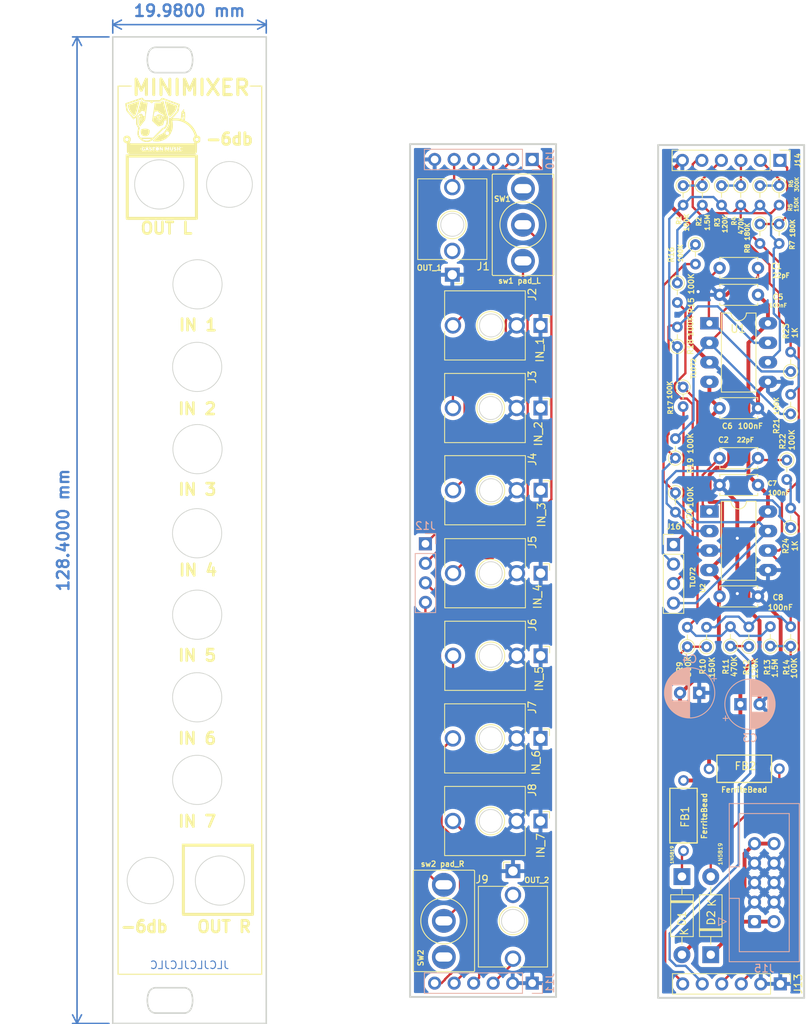
<source format=kicad_pcb>
(kicad_pcb (version 20211014) (generator pcbnew)
  (layers (0 "F.Cu" signal) (31 "B.Cu" signal) (34 "B.Paste" user) (35 "F.Paste" user) (36 "B.SilkS" user "B.Silkscreen") (37 "F.SilkS" user "F.Silkscreen") (38 "B.Mask" user) (39 "F.Mask" user) (44 "Edge.Cuts" user))
  (net 0 "")
  (net 1 "GND")
  (net 2 "Net-(J1-PadT)")
  (net 4 "Net-(J10-Pad2)")
  (net 5 "Net-(J10-Pad3)")
  (net 6 "Net-(J10-Pad4)")
  (net 8 "Net-(J12-Pad1)")
  (net 9 "Net-(J12-Pad2)")
  (net 10 "Net-(J12-Pad3)")
  (net 11 "Net-(J12-Pad4)")
  (net 14 "Net-(C1-Pad1)")
  (net 15 "Net-(C1-Pad2)")
  (net 16 "Net-(C2-Pad1)")
  (net 17 "Net-(C2-Pad2)")
  (net 18 "+12V")
  (net 19 "-12V")
  (net 20 "Net-(D1-Pad1)")
  (net 21 "Net-(D1-Pad2)")
  (net 22 "Net-(D2-Pad1)")
  (net 23 "Net-(D2-Pad2)")
  (net 24 "Net-(J10-Pad1)")
  (net 25 "Net-(J11-Pad4)")
  (net 26 "Net-(J11-Pad3)")
  (net 27 "Net-(J13-Pad3)")
  (net 28 "Net-(J13-Pad4)")
  (net 29 "Net-(J13-Pad5)")
  (net 30 "Net-(J13-Pad6)")
  (net 31 "Net-(J14-Pad1)")
  (net 32 "Net-(J14-Pad2)")
  (net 33 "Net-(J14-Pad3)")
  (net 34 "Net-(J14-Pad4)")
  (net 35 "Net-(J14-Pad5)")
  (net 36 "PAD_L1")
  (net 37 "PAD_L2")
  (net 38 "PAD_R1")
  (net 39 "PAD_R2")
  (net 40 "Net-(R1-Pad2)")
  (net 41 "Net-(R10-Pad2)")
  (net 42 "Net-(J11-Pad6)")
  (net 43 "Net-(J11-Pad5)")
  (footprint "4MS_switch:Switch_Toggle_SPDT_Mini_SolderLug" (layer "F.Cu") (at 84.5 135.3 180)
    (fp_text reference "SW2")
    (fp_text value "sw2 pad_R")
  )
  (footprint "Resistor_THT:R_Axial_DIN0204_L3.6mm_D1.6mm_P2.54mm_Vertical" (layer "F.Cu") (at 114.645 79.57 -90)
    (fp_text reference "R20")
    (fp_text value "100K")
  )
  (footprint "Connector_Audio:Jack_3.5mm_QingPu_WQP-PJ398SM_Vertical_CircularHoles" (layer "F.Cu") (at 93.5 128.82)
    (fp_text reference "J9")
    (fp_text value "OUT_2")
  )
  (footprint "Connector_Audio:Jack_3.5mm_QingPu_WQP-PJ398SM_Vertical_CircularHoles" (layer "F.Cu") (at 97.08 122.3 -90)
    (fp_text reference "J8")
    (fp_text value "IN_7")
  )
  (footprint "Resistor_THT:R_Axial_DIN0204_L3.6mm_D1.6mm_P2.54mm_Vertical" (layer "F.Cu") (at 129.645 84.11 90)
    (fp_text reference "R24")
    (fp_text value "1K")
  )
  (footprint "Connector_Audio:Jack_3.5mm_QingPu_WQP-PJ398SM_Vertical_CircularHoles" (layer "F.Cu") (at 97.1 100.8 -90)
    (fp_text reference "J6")
    (fp_text value "IN_5")
  )
  (footprint "Resistor_THT:R_Axial_DIN0204_L3.6mm_D1.6mm_P2.54mm_Vertical" (layer "F.Cu") (at 129.645 63.79 90)
    (fp_text reference "R23")
    (fp_text value "1K")
  )
  (footprint "4MS_Inductor:FB_Axial_8.5x3.5mm" (layer "F.Cu") (at 123.6 115.5)
    (fp_text reference "FB2")
    (fp_text value "FerriteBead")
  )
  (footprint "4MS_switch:Switch_Toggle_SPDT_Mini_SolderLug" (layer "F.Cu") (at 94.8 44.7)
    (fp_text reference "SW1")
    (fp_text value "sw1 pad_L")
  )
  (footprint "Resistor_THT:R_Axial_DIN0204_L3.6mm_D1.6mm_P2.54mm_Vertical" (layer "F.Cu") (at 129.145 75.32 -90)
    (fp_text reference "R22")
    (fp_text value "100K")
  )
  (footprint "Resistor_THT:R_Axial_DIN0204_L3.6mm_D1.6mm_P2.54mm_Vertical" (layer "F.Cu") (at 116.2 99.62 90)
    (fp_text reference "R9")
    (fp_text value "300K")
  )
  (footprint "Resistor_THT:R_Axial_DIN0204_L3.6mm_D1.6mm_P2.54mm_Vertical" (layer "F.Cu") (at 129.645 99.54 90)
    (fp_text reference "R14")
    (fp_text value "100K")
  )
  (footprint "Capacitor_THT:C_Disc_D4.7mm_W2.5mm_P5.00mm" (layer "F.Cu") (at 120.395 50.32)
    (fp_text reference "C1")
    (fp_text value "22pF")
  )
  (footprint "Logos:Gaston-Music1" (layer "F.Cu") (at 47.79 32.85)
    (fp_text reference "G***" hide)
    (fp_text value "LOGO" hide)
  )
  (footprint "Connector_PinHeader_2.54mm:PinHeader_1x06_P2.54mm_Vertical" (layer "F.Cu") (at 128.245 36.32 -90)
    (fp_text reference "J14")
    (fp_text value "H1")
  )
  (footprint "Diode_THT:D_DO-41_SOD81_P10.16mm_Horizontal" (layer "F.Cu") (at 119.245 139.7 90)
    (fp_text reference "D2")
    (fp_text value "1N5819")
  )
  (footprint "Resistor_THT:R_Axial_DIN0204_L3.6mm_D1.6mm_P2.54mm_Vertical" (layer "F.Cu") (at 125.645 44.6 -90)
    (fp_text reference "R8")
    (fp_text value "180K")
  )
  (footprint "Resistor_THT:R_Axial_DIN0204_L3.6mm_D1.6mm_P2.54mm_Vertical" (layer "F.Cu") (at 115.645 39.6 -90)
    (fp_text reference "R1")
    (fp_text value "100K")
  )
  (footprint "Connector_Audio:Jack_3.5mm_QingPu_WQP-PJ398SM_Vertical_CircularHoles" (layer "F.Cu") (at 97.1 79.25 -90)
    (fp_text reference "J4")
    (fp_text value "IN_3")
  )
  (footprint "Capacitor_THT:C_Disc_D4.7mm_W2.5mm_P5.00mm" (layer "F.Cu") (at 120.395 75.07)
    (fp_text reference "C2")
    (fp_text value "22pF")
  )
  (footprint "Resistor_THT:R_Axial_DIN0204_L3.6mm_D1.6mm_P2.54mm_Vertical" (layer "F.Cu") (at 114.895 52.28 -90)
    (fp_text reference "R15")
    (fp_text value "100K")
  )
  (footprint "Package_DIP:DIP-8_W7.62mm_LongPads" (layer "F.Cu") (at 119.07 57.52)
    (fp_text reference "U1")
    (fp_text value "TL072")
  )
  (footprint "Resistor_THT:R_Axial_DIN0204_L3.6mm_D1.6mm_P2.54mm_Vertical" (layer "F.Cu") (at 129.645 69.32 90)
    (fp_text reference "R21")
    (fp_text value "100K")
  )
  (footprint "Capacitor_THT:C_Disc_D4.7mm_W2.5mm_P5.00mm" (layer "F.Cu") (at 125.395 78.57 180)
    (fp_text reference "C7")
    (fp_text value "100nF")
  )
  (footprint "Resistor_THT:R_Axial_DIN0204_L3.6mm_D1.6mm_P2.54mm_Vertical" (layer "F.Cu") (at 124.2 99.57 90)
    (fp_text reference "R12")
    (fp_text value "120K")
  )
  (footprint "Diode_THT:D_DO-41_SOD81_P10.16mm_Horizontal" (layer "F.Cu") (at 115.495 129.54 -90)
    (fp_text reference "D1")
    (fp_text value "1N5819")
  )
  (footprint "Connector_Audio:Jack_3.5mm_QingPu_WQP-PJ398SM_Vertical_CircularHoles" (layer "F.Cu") (at 97.08 57.8 -90)
    (fp_text reference "J2")
    (fp_text value "IN_1")
  )
  (footprint "Capacitor_THT:C_Disc_D4.7mm_W2.5mm_P5.00mm" (layer "F.Cu") (at 125.395 68.57 180)
    (fp_text reference "C6")
    (fp_text value "100nF")
  )
  (footprint "Capacitor_THT:C_Disc_D4.7mm_W2.5mm_P5.00mm" (layer "F.Cu") (at 125.395 93.07 180)
    (fp_text reference "C8")
    (fp_text value "100nF")
  )
  (footprint "Resistor_THT:R_Axial_DIN0204_L3.6mm_D1.6mm_P2.54mm_Vertical" (layer "F.Cu") (at 120.645 39.6 -90)
    (fp_text reference "R3")
    (fp_text value "120K")
  )
  (footprint "Connector_Audio:Jack_3.5mm_QingPu_WQP-PJ398SM_Vertical_CircularHoles" (layer "F.Cu") (at 97.08 111.55 -90)
    (fp_text reference "J7")
    (fp_text value "IN_6")
  )
  (footprint "Resistor_THT:R_Axial_DIN0204_L3.6mm_D1.6mm_P2.54mm_Vertical" (layer "F.Cu") (at 123.145 39.6 -90)
    (fp_text reference "R4")
    (fp_text value "470K")
  )
  (footprint "Connector_Audio:Jack_3.5mm_QingPu_WQP-PJ398SM_Vertical_CircularHoles" (layer "F.Cu") (at 97.1 90.05 -90)
    (fp_text reference "J5")
    (fp_text value "IN_4")
  )
  (footprint "Resistor_THT:R_Axial_DIN0204_L3.6mm_D1.6mm_P2.54mm_Vertical" (layer "F.Cu") (at 128.145 44.6 -90)
    (fp_text reference "R7")
    (fp_text value "180K")
  )
  (footprint "Connector_Audio:Jack_3.5mm_QingPu_WQP-PJ398SM_Vertical_CircularHoles" (layer "F.Cu") (at 97.08 68.55 -90)
    (fp_text reference "J3")
    (fp_text value "IN_2")
  )
  (footprint "Package_DIP:DIP-8_W7.62mm_LongPads" (layer "F.Cu") (at 119.07 82.02)
    (fp_text reference "U2")
    (fp_text value "TL072")
  )
  (footprint "Resistor_THT:R_Axial_DIN0204_L3.6mm_D1.6mm_P2.54mm_Vertical" (layer "F.Cu") (at 125.645 39.6 -90)
    (fp_text reference "R5")
    (fp_text value "150K")
  )
  (footprint "Resistor_THT:R_Axial_DIN0204_L3.6mm_D1.6mm_P2.54mm_Vertical" (layer "F.Cu") (at 121.8 99.54 90)
    (fp_text reference "R11")
    (fp_text value "470K")
  )
  (footprint "Capacitor_THT:C_Disc_D4.7mm_W2.5mm_P5.00mm" (layer "F.Cu") (at 125.395 53.82 180)
    (fp_text reference "C5")
    (fp_text value "100nF")
  )
  (footprint "Resistor_THT:R_Axial_DIN0204_L3.6mm_D1.6mm_P2.54mm_Vertical" (layer "F.Cu") (at 118.145 39.6 -90)
    (fp_text reference "R2")
    (fp_text value "1.5M")
  )
  (footprint "Connector_Audio:Jack_3.5mm_QingPu_WQP-PJ398SM_Vertical_CircularHoles" (layer "F.Cu") (at 85.6 51.2 180)
    (fp_text reference "J1")
    (fp_text value "OUT_1")
  )
  (footprint "Resistor_THT:R_Axial_DIN0204_L3.6mm_D1.6mm_P2.54mm_Vertical" (layer "F.Cu") (at 115.645 65.82 -90)
    (fp_text reference "R17")
    (fp_text value "100K")
  )
  (footprint "Resistor_THT:R_Axial_DIN0204_L3.6mm_D1.6mm_P2.54mm_Vertical" (layer "F.Cu") (at 114.895 60.54 90)
    (fp_text reference "R18")
    (fp_text value "100K")
  )
  (footprint "Resistor_THT:R_Axial_DIN0204_L3.6mm_D1.6mm_P2.54mm_Vertical" (layer "F.Cu") (at 127 99.54 90)
    (fp_text reference "R13")
    (fp_text value "1.5M")
  )
  (footprint "Connector_PinHeader_2.54mm:PinHeader_1x06_P2.54mm_Vertical" (layer "F.Cu") (at 128.295 143.5 -90)
    (fp_text reference "J13")
    (fp_text value "H2")
  )
  (footprint "Resistor_THT:R_Axial_DIN0204_L3.6mm_D1.6mm_P2.54mm_Vertical" (layer "F.Cu") (at 117.25 47.28 -90)
    (fp_text reference "R16")
    (fp_text value "100K")
  )
  (footprint "Resistor_THT:R_Axial_DIN0204_L3.6mm_D1.6mm_P2.54mm_Vertical" (layer "F.Cu") (at 114.645 75.07 90)
    (fp_text reference "R19")
    (fp_text value "100K")
  )
  (footprint "Connector_PinHeader_2.54mm:PinHeader_1x04_P2.54mm_Vertical" (layer "F.Cu") (at 114.395 86.32)
    (fp_text reference "J16")
    (fp_text value "H3")
  )
  (footprint "Resistor_THT:R_Axial_DIN0204_L3.6mm_D1.6mm_P2.54mm_Vertical" (layer "F.Cu") (at 128.145 39.6 -90)
    (fp_text reference "R6")
    (fp_text value "300K")
  )
  (footprint "Resistor_THT:R_Axial_DIN0204_L3.6mm_D1.6mm_P2.54mm_Vertical" (layer "F.Cu") (at 118.7 99.62 90)
    (fp_text reference "R10")
    (fp_text value "150K")
  )
  (footprint "4MS_Inductor:FB_Axial_8.5x3.5mm" (layer "F.Cu") (at 115.7 121.6 -90)
    (fp_text reference "FB1")
    (fp_text value "FerriteBead")
  )
  (footprint "Connector_PinHeader_2.54mm:PinHeader_1x06_P2.54mm_Vertical" (layer "B.Cu") (at 96 36.2 90)
    (fp_text reference "J10")
    (fp_text value "H1")
  )
  (footprint "Capacitor_THT:CP_Radial_D6.3mm_P2.50mm" (layer "B.Cu") (at 117.745 105.62 180)
    (fp_text reference "C4")
    (fp_text value "22uF")
  )
  (footprint "Connector_IDC:IDC-Header_2x05_P2.54mm_Vertical" (layer "B.Cu") (at 124.9425 135.4)
    (fp_text reference "J15")
    (fp_text value "power")
  )
  (footprint "Connector_PinHeader_2.54mm:PinHeader_1x04_P2.54mm_Vertical" (layer "B.Cu") (at 82.1 86.22 180)
    (fp_text reference "J12")
    (fp_text value "H3")
  )
  (footprint "Connector_PinHeader_2.54mm:PinHeader_1x06_P2.54mm_Vertical" (layer "B.Cu") (at 96 143.4 90)
    (fp_text reference "J11")
    (fp_text value "H2")
  )
  (footprint "Capacitor_THT:CP_Radial_D6.3mm_P2.50mm" (layer "B.Cu") (at 123.1 107.1)
    (fp_text reference "C3")
    (fp_text value "22uF")
  )
  (gr_rect (start 50.59 125.45) (end 59.59 134.45) (layer "F.SilkS") (width 0.4) (fill none))
  (gr_line (start 43.79 26.65) (end 42.09 26.65) (layer "F.SilkS") (width 0.15))
  (gr_line (start 60.79 142.25) (end 60.79 26.65) (layer "F.SilkS") (width 0.15))
  (gr_line (start 60.49 26.65) (end 60.79 26.65) (layer "F.SilkS") (width 0.15))
  (gr_line (start 42.09 142.25) (end 60.79 142.25) (layer "F.SilkS") (width 0.15))
  (gr_line (start 42.09 26.65) (end 42.09 142.25) (layer "F.SilkS") (width 0.15))
  (gr_rect (start 43.29 35.75) (end 52.29 43.87) (layer "F.SilkS") (width 0.4) (fill none))
  (gr_line (start 59.29 26.65) (end 60.49 26.65) (layer "F.SilkS") (width 0.15))
  (gr_circle (center 90.639893 57.8) (end 92.139893 57.8) (layer "Edge.Cuts") (width 0.1) (fill none))
  (gr_circle (center 56.59 39.45) (end 58.49 41.75) (layer "Edge.Cuts") (width 0.1) (fill none))
  (gr_arc (start 46.068999 24.233) (mid 45.90038 23.25) (end 46.068999 22.267) (layer "Edge.Cuts") (width 0.2))
  (gr_circle (center 52.39 95.45) (end 54.39 97.95) (layer "Edge.Cuts") (width 0.1) (fill none))
  (gr_line (start 41.4 148.65) (end 41.4 20.25) (layer "Edge.Cuts") (width 0.2))
  (gr_arc (start 50.687993 144) (mid 51.265531 144.183584) (end 51.630993 144.667) (layer "Edge.Cuts") (width 0.2))
  (gr_line (start 131.395 34.32) (end 112.395 34.32) (layer "Edge.Cuts") (width 0.254))
  (gr_circle (center 52.39 63.2) (end 54.39 65.7) (layer "Edge.Cuts") (width 0.1) (fill none))
  (gr_circle (center 90.639893 79.25) (end 92.139893 79.25) (layer "Edge.Cuts") (width 0.1) (fill none))
  (gr_arc (start 47.011999 147.3) (mid 46.434461 147.116416) (end 46.068999 146.633) (layer "Edge.Cuts") (width 0.2))
  (gr_line (start 47.011996 147.3) (end 50.787996 147.3) (layer "Edge.Cuts") (width 0.2))
  (gr_line (start 61.38 20.25) (end 61.38 148.65) (layer "Edge.Cuts") (width 0.2))
  (gr_line (start 99.1 34.2) (end 80.1 34.2) (layer "Edge.Cuts") (width 0.254))
  (gr_line (start 112.395 34.32) (end 112.395 145.32) (layer "Edge.Cuts") (width 0.254))
  (gr_line (start 112.395 145.32) (end 131.395 145.32) (layer "Edge.Cuts") (width 0.254))
  (gr_line (start 50.687996 144) (end 47.011996 144) (layer "Edge.Cuts") (width 0.2))
  (gr_circle (center 55.349996 130.05) (end 57.349996 132.55) (layer "Edge.Cuts") (width 0.1) (fill none))
  (gr_arc (start 47.012003 24.9) (mid 46.434465 24.716416) (end 46.069003 24.233) (layer "Edge.Cuts") (width 0.2))
  (gr_arc (start 51.630993 146.633) (mid 51.305745 147.088147) (end 50.787996 147.3) (layer "Edge.Cuts") (width 0.2))
  (gr_line (start 41.4 20.25) (end 61.38 20.25) (layer "Edge.Cuts") (width 0.2))
  (gr_circle (center 52.39 106.2) (end 54.39 108.7) (layer "Edge.Cuts") (width 0.1) (fill none))
  (gr_circle (center 90.6 111.55) (end 89.1 111.55) (layer "Edge.Cuts") (width 0.1) (fill none))
  (gr_circle (center 90.6 68.55) (end 92.1 68.55) (layer "Edge.Cuts") (width 0.1) (fill none))
  (gr_line (start 47.012 24.9) (end 50.688 24.9) (layer "Edge.Cuts") (width 0.2))
  (gr_line (start 61.38 148.65) (end 41.4 148.65) (layer "Edge.Cuts") (width 0.2))
  (gr_line (start 131.395 145.32) (end 131.395 34.32) (layer "Edge.Cuts") (width 0.254))
  (gr_line (start 80.1 34.2) (end 80.1 145.2) (layer "Edge.Cuts") (width 0.254))
  (gr_circle (center 85.6 44.7) (end 87.1 44.7) (layer "Edge.Cuts") (width 0.1) (fill none))
  (gr_line (start 50.688 21.6) (end 47.012 21.6) (layer "Edge.Cuts") (width 0.2))
  (gr_circle (center 52.429893 73.9) (end 54.429893 76.4) (layer "Edge.Cuts") (width 0.1) (fill none))
  (gr_circle (center 46.29 130.05) (end 48.24 132.35) (layer "Edge.Cuts") (width 0.1) (fill none))
  (gr_circle (center 90.6 90.05) (end 92.1 90.05) (layer "Edge.Cuts") (width 0.1) (fill none))
  (gr_line (start 80.1 145.2) (end 99.1 145.2) (layer "Edge.Cuts") (width 0.254))
  (gr_arc (start 46.069003 22.267) (mid 46.434465 21.783584) (end 47.012003 21.6) (layer "Edge.Cuts") (width 0.2))
  (gr_arc (start 51.630997 24.233) (mid 51.265535 24.716416) (end 50.687997 24.9) (layer "Edge.Cuts") (width 0.2))
  (gr_line (start 99.1 145.2) (end 99.1 34.2) (layer "Edge.Cuts") (width 0.254))
  (gr_circle (center 93.5 135.3) (end 95 135.3) (layer "Edge.Cuts") (width 0.1) (fill none))
  (gr_circle (center 47.449996 39.45) (end 49.449996 41.95) (layer "Edge.Cuts") (width 0.1) (fill none))
  (gr_arc (start 50.687997 21.6) (mid 51.265535 21.783584) (end 51.630997 22.267) (layer "Edge.Cuts") (width 0.2))
  (gr_circle (center 90.6 100.8) (end 89.1 100.8) (layer "Edge.Cuts") (width 0.1) (fill none))
  (gr_arc (start 46.068995 146.633) (mid 45.900376 145.65) (end 46.068995 144.667) (layer "Edge.Cuts") (width 0.2))
  (gr_circle (center 52.38 84.85) (end 54.38 87.35) (layer "Edge.Cuts") (width 0.1) (fill none))
  (gr_arc (start 51.630997 144.667) (mid 51.799616 145.65) (end 51.630997 146.633) (layer "Edge.Cuts") (width 0.2))
  (gr_arc (start 51.631001 22.267) (mid 51.79962 23.25) (end 51.631001 24.233) (layer "Edge.Cuts") (width 0.2))
  (gr_circle (center 90.6 122.3) (end 89.1 122.3) (layer "Edge.Cuts") (width 0.1) (fill none))
  (gr_circle (center 52.429893 52.45) (end 54.429893 54.95) (layer "Edge.Cuts") (width 0.1) (fill none))
  (gr_arc (start 46.068999 144.667) (mid 46.434461 144.183584) (end 47.011999 144) (layer "Edge.Cuts") (width 0.2))
  (gr_circle (center 52.39 116.95) (end 54.39 119.45) (layer "Edge.Cuts") (width 0.1) (fill none))
  (gr_text "JLCJLCJLCJLC" (at 51.4 141.05) (layer "B.Cu") (effects (font (size 1 1) (thickness 0.125)) (justify mirror)))
  (gr_text "-6db" (at 45.5 136.05) (layer "F.SilkS") (effects (font (size 1.5 1.5) (thickness 0.375))))
  (gr_text "-6db" (at 56.6 33.55) (layer "F.SilkS") (effects (font (size 1.5 1.5) (thickness 0.375))))
  (gr_text "IN 6\n" (at 52.39 111.55) (layer "F.SilkS") (effects (font (size 1.5 1.5) (thickness 0.35))))
  (gr_text "OUT L" (at 48.4 45.15) (layer "F.SilkS") (effects (font (size 1.5 1.5) (thickness 0.35))))
  (gr_text "IN 3\n" (at 52.41 79.15) (layer "F.SilkS") (effects (font (size 1.5 1.5) (thickness 0.35))))
  (gr_text "MINIMIXER" (at 51.587996 26.85) (layer "F.SilkS") (effects (font (size 2 2) (thickness 0.4))))
  (gr_text "IN 1" (at 52.49 57.75) (layer "F.SilkS") (effects (font (size 1.5 1.5) (thickness 0.35))))
  (gr_text "IN 2" (at 52.39 68.65) (layer "F.SilkS") (effects (font (size 1.5 1.5) (thickness 0.35))))
  (gr_text "OUT R\n" (at 55.9 136.05) (layer "F.SilkS") (effects (font (size 1.5 1.5) (thickness 0.35))))
  (gr_text "IN 4\n" (at 52.5 89.65) (layer "F.SilkS") (effects (font (size 1.5 1.5) (thickness 0.35))))
  (gr_text "IN 5\n" (at 52.39 100.75) (layer "F.SilkS") (effects (font (size 1.5 1.5) (thickness 0.35))))
  (gr_text "IN 7\n" (at 52.39 122.35) (layer "F.SilkS") (effects (font (size 1.5 1.5) (thickness 0.35))))
  (dimension (type aligned) (layer "B.Cu") (pts (xy 41.4 20.25) (xy 41.4 148.65)) (height 4.65) (gr_text "128,4000 mm" (at 34.95 84.45 90) (layer "B.Cu") (effects (font (size 1.5 1.5) (thickness 0.3)))) (format (units 3) (units_format 1) (precision 4)) (style (thickness 0.2) (arrow_length 1.27) (text_position_mode 0) (extension_height 0.58642) (extension_offset 0.5) keep_text_aligned))
  (dimension (type aligned) (layer "B.Cu") (pts (xy 61.38 20.25) (xy 41.4 20.25)) (height 1.6) (gr_text "19,9800 mm" (at 51.39 16.85) (layer "B.Cu") (effects (font (size 1.5 1.5) (thickness 0.3)))) (format (units 3) (units_format 1) (precision 4)) (style (thickness 0.2) (arrow_length 1.27) (text_position_mode 0) (extension_height 0.58642) (extension_offset 0.5) keep_text_aligned))
  (segment (start 122.5 47.2) (end 122.5 52.6) (width 0.5) (layer "F.Cu") (net 1))
  (segment (start 116.544031 60.074031) (end 119.07 62.6) (width 0.5) (layer "F.Cu") (net 1))
  (segment (start 122.7 80.875) (end 122.7 85.5) (width 0.5) (layer "F.Cu") (net 1))
  (segment (start 122.7 85.5) (end 122.7 92.7) (width 0.5) (layer "F.Cu") (net 1))
  (segment (start 121.28 53.82) (end 120.395 53.82) (width 0.5) (layer "F.Cu") (net 1))
  (segment (start 125.6 105.4) (end 125.6 107.1) (width 0.5) (layer "F.Cu") (net 1))
  (segment (start 125.395 93.07) (end 128.344511 96.019511) (width 0.5) (layer "F.Cu") (net 1))
  (segment (start 120.395 78.57) (end 122.7 80.875) (width 0.5) (layer "F.Cu") (net 1))
  (segment (start 122.5 52.6) (end 121.28 53.82) (width 0.5) (layer "F.Cu") (net 1))
  (segment (start 117.1 45.3) (end 120.6 45.3) (width 0.5) (layer "F.Cu") (net 1))
  (segment (start 128.344511 102.544511) (end 128.4 102.6) (width 0.5) (layer "F.Cu") (net 1))
  (segment (start 125.395 68.57) (end 125.395 66.435) (width 0.5) (layer "F.Cu") (net 1))
  (segment (start 116.544031 54.455969) (end 116.544031 60.074031) (width 0.5) (layer "F.Cu") (net 1))
  (segment (start 114 37.865) (end 114 42.2) (width 0.5) (layer "F.Cu") (net 1))
  (segment (start 128.344511 96.019511) (end 128.344511 102.544511) (width 0.5) (layer "F.Cu") (net 1))
  (segment (start 125.395 66.435) (end 126.69 65.14) (width 0.5) (layer "F.Cu") (net 1))
  (segment (start 120.6 45.3) (end 122.5 47.2) (width 0.5) (layer "F.Cu") (net 1))
  (segment (start 115.545 36.32) (end 114 37.865) (width 0.5) (layer "F.Cu") (net 1))
  (segment (start 117.6 53.4) (end 116.544031 54.455969) (width 0.5) (layer "F.Cu") (net 1))
  (segment (start 114 42.2) (end 117.1 45.3) (width 0.5) (layer "F.Cu") (net 1))
  (segment (start 128.4 102.6) (end 125.6 105.4) (width 0.5) (layer "F.Cu") (net 1))
  (via (at 122.7 85.5) (size 0.8) (drill 0.4) (layers "F.Cu" "B.Cu") (net 1))
  (via (at 117.6 53.4) (size 0.8) (drill 0.4) (layers "F.Cu" "B.Cu") (net 1))
  (via (at 122.7 92.7) (size 0.8) (drill 0.4) (layers "F.Cu" "B.Cu") (net 1))
  (segment (start 119.07 87.1) (end 121.1 87.1) (width 0.5) (layer "B.Cu") (net 1))
  (segment (start 122.7 92.7) (end 123.5 93.5) (width 0.5) (layer "B.Cu") (net 1))
  (segment (start 124.965 93.5) (end 125.395 93.07) (width 0.5) (layer "B.Cu") (net 1))
  (segment (start 119.07 62.6) (end 119.425 62.6) (width 0.5) (layer "B.Cu") (net 1))
  (segment (start 119.425 62.6) (end 125.395 68.57) (width 0.5) (layer "B.Cu") (net 1))
  (segment (start 121.1 87.1) (end 122.7 85.5) (width 0.5) (layer "B.Cu") (net 1))
  (segment (start 118.02 53.82) (end 117.6 53.4) (width 0.5) (layer "B.Cu") (net 1))
  (segment (start 123.5 93.5) (end 124.965 93.5) (width 0.5) (layer "B.Cu") (net 1))
  (segment (start 120.395 53.82) (end 118.02 53.82) (width 0.5) (layer "B.Cu") (net 1))
  (segment (start 85.84 36.2) (end 85.84 39.56) (width 0.3) (layer "F.Cu") (net 2))
  (segment (start 85.84 39.66) (end 85.7 39.8) (width 0.3) (layer "F.Cu") (net 2))
  (segment (start 85.84 39.56) (end 85.6 39.8) (width 0.3) (layer "F.Cu") (net 2))
  (segment (start 87.99952 57.2) (end 87.99952 60.406908) (width 0.3) (layer "F.Cu") (net 4))
  (segment (start 87.2 77.75) (end 85.7 79.25) (width 0.3) (layer "F.Cu") (net 4))
  (segment (start 87.99952 60.406908) (end 87.2 61.206428) (width 0.3) (layer "F.Cu") (net 4))
  (segment (start 92.2 52.99952) (end 87.99952 57.2) (width 0.3) (layer "F.Cu") (net 4))
  (segment (start 87.2 61.206428) (end 87.2 77.75) (width 0.3) (layer "F.Cu") (net 4))
  (segment (start 92.2 37.46) (end 92.2 52.99952) (width 0.3) (layer "F.Cu") (net 4))
  (segment (start 93.46 36.2) (end 92.2 37.46) (width 0.3) (layer "F.Cu") (net 4))
  (segment (start 85.7 62) (end 85.7 62.6) (width 0.3) (layer "F.Cu") (net 5))
  (segment (start 87.5 60.2) (end 85.7 62) (width 0.3) (layer "F.Cu") (net 5))
  (segment (start 85.7 62.6) (end 85.68 62.62) (width 0.3) (layer "F.Cu") (net 5))
  (segment (start 85.68 62.62) (end 85.68 68.55) (width 0.3) (layer "F.Cu") (net 5))
  (segment (start 90.92 36.2) (end 90.92 53.38) (width 0.3) (layer "F.Cu") (net 5))
  (segment (start 90.92 53.38) (end 87.5 56.8) (width 0.3) (layer "F.Cu") (net 5))
  (segment (start 87.5 56.8) (end 87.5 60.2) (width 0.3) (layer "F.Cu") (net 5))
  (segment (start 88.38 36.2) (end 88.38 55.1) (width 0.3) (layer "F.Cu") (net 6))
  (segment (start 88.38 55.1) (end 85.68 57.8) (width 0.3) (layer "F.Cu") (net 6))
  (segment (start 92.594511 56.705489) (end 94.8 54.5) (width 0.3) (layer "F.Cu") (net 8))
  (segment (start 88 64) (end 92.565489 59.434511) (width 0.3) (layer "F.Cu") (net 8))
  (segment (start 88 80.32) (end 88 64) (width 0.3) (layer "F.Cu") (net 8))
  (segment (start 82.1 86.22) (end 88 80.32) (width 0.3) (layer "F.Cu") (net 8))
  (segment (start 92.565489 59.434511) (end 92.565489 57.214089) (width 0.3) (layer "F.Cu") (net 8))
  (segment (start 92.594511 57.185067) (end 92.594511 56.705489) (width 0.3) (layer "F.Cu") (net 8))
  (segment (start 92.565489 57.214089) (end 92.594511 57.185067) (width 0.3) (layer "F.Cu") (net 8))
  (segment (start 94.8 54.5) (end 94.8 49.4) (width 0.3) (layer "F.Cu") (net 8))
  (segment (start 97.149511 55.070067) (end 95.394511 56.825067) (width 0.3) (layer "F.Cu") (net 9))
  (segment (start 97.149511 47.049511) (end 94.8 44.7) (width 0.3) (layer "F.Cu") (net 9))
  (segment (start 92.7 85) (end 85.86 85) (width 0.3) (layer "F.Cu") (net 9))
  (segment (start 95.414511 67.984089) (end 95.414511 82.285489) (width 0.3) (layer "F.Cu") (net 9))
  (segment (start 95.394511 67.964089) (end 95.414511 67.984089) (width 0.3) (layer "F.Cu") (net 9))
  (segment (start 95.414511 82.285489) (end 92.7 85) (width 0.3) (layer "F.Cu") (net 9))
  (segment (start 95.394511 56.825067) (end 95.394511 67.964089) (width 0.3) (layer "F.Cu") (net 9))
  (segment (start 85.86 85) (end 82.1 88.76) (width 0.3) (layer "F.Cu") (net 9))
  (segment (start 97.149511 55.070067) (end 97.149511 47.049511) (width 0.3) (layer "F.Cu") (net 9))
  (segment (start 84 93.2) (end 84 104.1) (width 0.3) (layer "F.Cu") (net 10))
  (segment (start 84 104.1) (end 82.29952 105.80048) (width 0.3) (layer "F.Cu") (net 10))
  (segment (start 82.29952 123.09952) (end 86.6 127.4) (width 0.3) (layer "F.Cu") (net 10))
  (segment (start 82.1 91.3) (end 84 93.2) (width 0.3) (layer "F.Cu") (net 10))
  (segment (start 82.29952 105.80048) (end 82.29952 123.09952) (width 0.3) (layer "F.Cu") (net 10))
  (segment (start 86.6 133.2) (end 84.5 135.3) (width 0.3) (layer "F.Cu") (net 10))
  (segment (start 86.6 127.4) (end 86.6 133.2) (width 0.3) (layer "F.Cu") (net 10))
  (segment (start 81.3 97.6) (end 81.3 128) (width 0.3) (layer "F.Cu") (net 11))
  (segment (start 82.1 93.84) (end 82.1 96.8) (width 0.3) (layer "F.Cu") (net 11))
  (segment (start 82.1 96.8) (end 81.3 97.6) (width 0.3) (layer "F.Cu") (net 11))
  (segment (start 83.9 130.6) (end 84.5 130.6) (width 0.3) (layer "F.Cu") (net 11))
  (segment (start 81.3 128) (end 83.9 130.6) (width 0.3) (layer "F.Cu") (net 11))
  (segment (start 119 51.715) (end 120.395 50.32) (width 0.3) (layer "F.Cu") (net 14))
  (segment (start 119.07 57.52) (end 119 57.45) (width 0.3) (layer "F.Cu") (net 14))
  (segment (start 119 57.45) (end 119 51.715) (width 0.3) (layer "F.Cu") (net 14))
  (segment (start 119.584334 57.52) (end 119.07 57.52) (width 0.3) (layer "B.Cu") (net 14))
  (segment (start 125.854334 63.79) (end 119.584334 57.52) (width 0.3) (layer "B.Cu") (net 14))
  (segment (start 129.645 63.79) (end 125.854334 63.79) (width 0.3) (layer "B.Cu") (net 14))
  (segment (start 120.619511 58.510489) (end 119.07 60.06) (width 0.3) (layer "F.Cu") (net 15))
  (segment (start 120.619511 56.226859) (end 120.619511 58.510489) (width 0.3) (layer "F.Cu") (net 15))
  (segment (start 125.395 50.32) (end 125.395 51.45137) (width 0.3) (layer "F.Cu") (net 15))
  (segment (start 125.395 51.45137) (end 120.619511 56.226859) (width 0.3) (layer "F.Cu") (net 15))
  (segment (start 129.645 69.32) (end 128.33 69.32) (width 0.3) (layer "B.Cu") (net 15))
  (segment (start 114.645 72.53) (end 117 70.175) (width 0.3) (layer "B.Cu") (net 15))
  (segment (start 117 70.175) (end 117 62.13) (width 0.3) (layer "B.Cu") (net 15))
  (segment (start 117 62.13) (end 119.07 60.06) (width 0.3) (layer "B.Cu") (net 15))
  (segment (start 128.33 69.32) (end 119.07 60.06) (width 0.3) (layer "B.Cu") (net 15))
  (segment (start 118.2 81.15) (end 118.2 77.265) (width 0.3) (layer "F.Cu") (net 16))
  (segment (start 118.2 77.265) (end 120.395 75.07) (width 0.3) (layer "F.Cu") (net 16))
  (segment (start 119.07 82.02) (end 118.2 81.15) (width 0.3) (layer "F.Cu") (net 16))
  (segment (start 120.52 80.57) (end 119.07 82.02) (width 0.3) (layer "B.Cu") (net 16))
  (segment (start 128.23952 82.496146) (end 128.23952 81.543854) (width 0.3) (layer "B.Cu") (net 16))
  (segment (start 127.265666 80.57) (end 120.52 80.57) (width 0.3) (layer "B.Cu") (net 16))
  (segment (start 129.645 84.11) (end 128.135333 82.600333) (width 0.3) (layer "B.Cu") (net 16))
  (segment (start 128.23952 81.543854) (end 127.265666 80.57) (width 0.3) (layer "B.Cu") (net 16))
  (segment (start 128.135333 82.600333) (end 128.23952 82.496146) (width 0.3) (layer "B.Cu") (net 16))
  (segment (start 125.645 75.32) (end 125.395 75.07) (width 0.3) (layer "F.Cu") (net 17))
  (segment (start 129.145 75.32) (end 125.645 75.32) (width 0.3) (layer "F.Cu") (net 17))
  (segment (start 123.715 76.75) (end 114.75 76.75) (width 0.3) (layer "B.Cu") (net 17))
  (segment (start 117.095 84.56) (end 119.07 84.56) (width 0.3) (layer "B.Cu") (net 17))
  (segment (start 113.5 78) (end 113.5 80.965) (width 0.3) (layer "B.Cu") (net 17))
  (segment (start 125.395 75.07) (end 123.715 76.75) (width 0.3) (layer "B.Cu") (net 17))
  (segment (start 114.75 76.75) (end 113.5 78) (width 0.3) (layer "B.Cu") (net 17))
  (segment (start 114.645 82.11) (end 117.095 84.56) (width 0.3) (layer "B.Cu") (net 17))
  (segment (start 113.5 80.965) (end 114.645 82.11) (width 0.3) (layer "B.Cu") (net 17))
  (segment (start 125.395 78.57) (end 124.145489 77.320489) (width 0.5) (layer "F.Cu") (net 18))
  (segment (start 123.1 115.765) (end 123.1 107.1) (width 0.5) (layer "F.Cu") (net 18))
  (segment (start 124.145 84.565) (end 126.69 82.02) (width 0.5) (layer "F.Cu") (net 18))
  (segment (start 124.145 60.57) (end 124.145 60.065) (width 0.5) (layer "F.Cu") (net 18))
  (segment (start 124.145 60.065) (end 126.69 57.52) (width 0.5) (layer "F.Cu") (net 18))
  (segment (start 126.69 82.02) (end 126.69 79.865) (width 0.5) (layer "F.Cu") (net 18))
  (segment (start 121.837 117.028) (end 123.1 115.765) (width 0.5) (layer "F.Cu") (net 18))
  (segment (start 126.69 57.52) (end 126.69 55.115) (width 0.5) (layer "F.Cu") (net 18))
  (segment (start 115.7 117.028) (end 121.837 117.028) (width 0.5) (layer "F.Cu") (net 18))
  (segment (start 124.145489 60.570489) (end 124.145 60.57) (width 0.5) (layer "F.Cu") (net 18))
  (segment (start 123.1 103.2) (end 125.6 100.7) (width 0.5) (layer "F.Cu") (net 18))
  (segment (start 126.69 79.865) (end 125.395 78.57) (width 0.5) (layer "F.Cu") (net 18))
  (segment (start 125.6 100.7) (end 125.6 96.259345) (width 0.5) (layer "F.Cu") (net 18))
  (segment (start 126.69 55.115) (end 125.395 53.82) (width 0.5) (layer "F.Cu") (net 18))
  (segment (start 124.145 94.804345) (end 124.145 84.565) (width 0.5) (layer "F.Cu") (net 18))
  (segment (start 124.145489 77.320489) (end 124.145489 60.570489) (width 0.5) (layer "F.Cu") (net 18))
  (segment (start 125.6 96.259345) (end 124.145 94.804345) (width 0.5) (layer "F.Cu") (net 18))
  (segment (start 123.1 107.1) (end 123.1 103.2) (width 0.5) (layer "F.Cu") (net 18))
  (segment (start 121.644511 72.409511) (end 121.644511 75.587565) (width 0.5) (layer "F.Cu") (net 19))
  (segment (start 119.1 77.21285) (end 119.1 80.770489) (width 0.5) (layer "F.Cu") (net 19))
  (segment (start 115.245 105.62) (end 115.245 109.62) (width 0.5) (layer "F.Cu") (net 19))
  (segment (start 120.3 93.165) (end 120.395 93.07) (width 0.5) (layer "F.Cu") (net 19))
  (segment (start 119.1 69.865) (end 121.644511 72.409511) (width 0.5) (layer "F.Cu") (net 19))
  (segment (start 119.028 115.5) (end 119.028 113.403) (width 0.5) (layer "F.Cu") (net 19))
  (segment (start 120.3 100.710655) (end 120.3 93.165) (width 0.5) (layer "F.Cu") (net 19))
  (segment (start 115.390655 105.62) (end 120.3 100.710655) (width 0.5) (layer "F.Cu") (net 19))
  (segment (start 120.395 68.57) (end 119.1 69.865) (width 0.5) (layer "F.Cu") (net 19))
  (segment (start 119.1 80.770489) (end 120.719511 80.770489) (width 0.5) (layer "F.Cu") (net 19))
  (segment (start 119.028 113.403) (end 115.245 109.62) (width 0.5) (layer "F.Cu") (net 19))
  (segment (start 120.395 90.965) (end 119.07 89.64) (width 0.5) (layer "F.Cu") (net 19))
  (segment (start 119.993339 76.319511) (end 119.1 77.21285) (width 0.5) (layer "F.Cu") (net 19))
  (segment (start 120.912565 76.319511) (end 119.993339 76.319511) (width 0.5) (layer "F.Cu") (net 19))
  (segment (start 120.395 93.07) (end 120.395 90.965) (width 0.5) (layer "F.Cu") (net 19))
  (segment (start 121.644511 75.587565) (end 120.912565 76.319511) (width 0.5) (layer "F.Cu") (net 19))
  (segment (start 120.719511 87.990489) (end 119.07 89.64) (width 0.5) (layer "F.Cu") (net 19))
  (segment (start 119.07 65.14) (end 119.07 67.245) (width 0.5) (layer "F.Cu") (net 19))
  (segment (start 120.719511 80.770489) (end 120.719511 87.990489) (width 0.5) (layer "F.Cu") (net 19))
  (segment (start 119.07 67.245) (end 120.395 68.57) (width 0.5) (layer "F.Cu") (net 19))
  (segment (start 115.245 105.62) (end 115.390655 105.62) (width 0.5) (layer "F.Cu") (net 19))
  (segment (start 115.495 129.54) (end 115.495 126.377) (width 0.3) (layer "F.Cu") (net 20))
  (segment (start 115.495 126.377) (end 115.7 126.172) (width 0.3) (layer "F.Cu") (net 20))
  (segment (start 124.9425 125.24) (end 123.642989 126.539511) (width 0.5) (layer "F.Cu") (net 21))
  (segment (start 123.642989 126.539511) (end 123.642989 131.552011) (width 0.5) (layer "F.Cu") (net 21))
  (segment (start 124.9425 125.24) (end 127.4825 125.24) (width 0.5) (layer "F.Cu") (net 21))
  (segment (start 123.642989 131.552011) (end 115.495 139.7) (width 0.5) (layer "F.Cu") (net 21))
  (segment (start 123.545 135.4) (end 119.245 139.7) (width 0.5) (layer "F.Cu") (net 22))
  (segment (start 124.9425 135.4) (end 123.545 135.4) (width 0.5) (layer "F.Cu") (net 22))
  (segment (start 124.9425 135.4) (end 127.4825 135.4) (width 0.5) (layer "F.Cu") (net 22))
  (segment (start 119.245 126.055) (end 119.245 129.54) (width 0.3) (layer "F.Cu") (net 23))
  (segment (start 128.172 115.5) (end 128.172 117.128) (width 0.3) (layer "F.Cu") (net 23))
  (segment (start 128.172 117.128) (end 119.245 126.055) (width 0.3) (layer "F.Cu") (net 23))
  (segment (start 98.5 80.429022) (end 90.846233 88.082789) (width 0.3) (layer "F.Cu") (net 24))
  (segment (start 96 36.2) (end 98.5 38.7) (width 0.3) (layer "F.Cu") (net 24))
  (segment (start 87.667211 88.082789) (end 85.7 90.05) (width 0.3) (layer "F.Cu") (net 24))
  (segment (start 90.846233 88.082789) (end 87.667211 88.082789) (width 0.3) (layer "F.Cu") (net 24))
  (segment (start 98.5 38.7) (end 98.5 80.429022) (width 0.3) (layer "F.Cu") (net 24))
  (segment (start 89.1 125.72) (end 85.68 122.3) (width 0.3) (layer "F.Cu") (net 25))
  (segment (start 89.1 142.68) (end 89.1 125.72) (width 0.3) (layer "F.Cu") (net 25))
  (segment (start 88.38 143.4) (end 89.1 142.68) (width 0.3) (layer "F.Cu") (net 25))
  (segment (start 93.5 140.82) (end 93.5 140.22) (width 0.3) (layer "F.Cu") (net 26))
  (segment (start 90.92 143.4) (end 93.5 140.82) (width 0.3) (layer "F.Cu") (net 26))
  (segment (start 129.75 137) (end 130.144519 136.605481) (width 0.3) (layer "F.Cu") (net 27))
  (segment (start 130.694511 111.950009) (end 130.694511 82.619511) (width 0.3) (layer "F.Cu") (net 27))
  (segment (start 130.14452 112.5) (end 130.694511 111.950009) (width 0.3) (layer "F.Cu") (net 27))
  (segment (start 123.215 143.32) (end 129.535 137) (width 0.3) (layer "F.Cu") (net 27))
  (segment (start 130.144519 136.605481) (end 130.14452 112.5) (width 0.3) (layer "F.Cu") (net 27))
  (segment (start 129.535 137) (end 129.75 137) (width 0.3) (layer "F.Cu") (net 27))
  (segment (start 123.215 143.5) (end 123.215 143.32) (width 0.3) (layer "F.Cu") (net 27))
  (segment (start 130.694511 82.619511) (end 129.645 81.57) (width 0.3) (layer "F.Cu") (net 27))
  (segment (start 129.645 78.36) (end 129.145 77.86) (width 0.3) (layer "B.Cu") (net 27))
  (segment (start 129.645 81.57) (end 129.645 78.36) (width 0.3) (layer "B.Cu") (net 27))
  (segment (start 129.645 135.57) (end 129.645 99.54) (width 0.3) (layer "F.Cu") (net 28))
  (segment (start 120.675 143.5) (end 120.675 143.32) (width 0.3) (layer "F.Cu") (net 28))
  (segment (start 127.895 137.32) (end 129.645 135.57) (width 0.3) (layer "F.Cu") (net 28))
  (segment (start 120.675 143.32) (end 126.675 137.32) (width 0.3) (layer "F.Cu") (net 28))
  (segment (start 126.675 137.32) (end 127.895 137.32) (width 0.3) (layer "F.Cu") (net 28))
  (segment (start 127 99.54) (end 129.645 99.54) (width 0.3) (layer "B.Cu") (net 28))
  (segment (start 124.17 99.54) (end 124.2 99.57) (width 0.3) (layer "F.Cu") (net 29))
  (segment (start 121.8 99.54) (end 124.17 99.54) (width 0.3) (layer "F.Cu") (net 29))
  (segment (start 124.395 101.64) (end 122.295 99.54) (width 0.3) (layer "B.Cu") (net 29))
  (segment (start 113.895 140.32) (end 113.895 136.939919) (width 0.3) (layer "B.Cu") (net 29))
  (segment (start 122.895 127.939919) (end 122.895 117.595655) (width 0.3) (layer "B.Cu") (net 29))
  (segment (start 118.135 143.32) (end 115.964511 141.149511) (width 0.3) (layer "B.Cu") (net 29))
  (segment (start 122.895 117.595655) (end 124.395 116.095655) (width 0.3) (layer "B.Cu") (net 29))
  (segment (start 115.964511 141.149511) (end 114.724511 141.149511) (width 0.3) (layer "B.Cu") (net 29))
  (segment (start 114.724511 141.149511) (end 113.895 140.32) (width 0.3) (layer "B.Cu") (net 29))
  (segment (start 124.395 116.095655) (end 124.395 101.64) (width 0.3) (layer "B.Cu") (net 29))
  (segment (start 113.895 136.939919) (end 122.895 127.939919) (width 0.3) (layer "B.Cu") (net 29))
  (segment (start 113.315489 141.040489) (end 113.315489 102.504511) (width 0.3) (layer "F.Cu") (net 30))
  (segment (start 118.7 99.62) (end 116.2 99.62) (width 0.3) (layer "F.Cu") (net 30))
  (segment (start 115.595 143.32) (end 113.315489 141.040489) (width 0.3) (layer "F.Cu") (net 30))
  (segment (start 115.595 143.5) (end 115.595 143.32) (width 0.3) (layer "F.Cu") (net 30))
  (segment (start 113.315489 102.504511) (end 116.2 99.62) (width 0.3) (layer "F.Cu") (net 30))
  (segment (start 129.194511 43.550489) (end 128.145 44.6) (width 0.3) (layer "F.Cu") (net 31))
  (segment (start 128.145 44.6) (end 125.645 44.6) (width 0.3) (layer "F.Cu") (net 31))
  (segment (start 128.245 36.32) (end 129.194511 37.269511) (width 0.3) (layer "F.Cu") (net 31))
  (segment (start 129.194511 37.269511) (end 129.194511 43.550489) (width 0.3) (layer "F.Cu") (net 31))
  (segment (start 125.705 36.32) (end 128.145 38.76) (width 0.3) (layer "F.Cu") (net 32))
  (segment (start 128.145 38.76) (end 128.145 39.6) (width 0.3) (layer "F.Cu") (net 32))
  (segment (start 128.145 39.6) (end 125.645 39.6) (width 0.3) (layer "B.Cu") (net 32))
  (segment (start 123.165 39.58) (end 123.145 39.6) (width 0.3) (layer "F.Cu") (net 33))
  (segment (start 123.165 36.32) (end 123.165 39.58) (width 0.3) (layer "F.Cu") (net 33))
  (segment (start 123.145 39.6) (end 120.645 39.6) (width 0.3) (layer "B.Cu") (net 33))
  (segment (start 120.625 36.32) (end 118.145 38.8) (width 0.3) (layer "F.Cu") (net 34))
  (segment (start 118.145 38.8) (end 118.145 39.6) (width 0.3) (layer "F.Cu") (net 34))
  (segment (start 118.145 39.6) (end 115.645 39.6) (width 0.3) (layer "B.Cu") (net 34))
  (segment (start 126.895 49.895) (end 126.895 52.32) (width 0.3) (layer "F.Cu") (net 35))
  (segment (start 126.895 52.32) (end 128.145 53.57) (width 0.3) (layer "F.Cu") (net 35))
  (segment (start 116.895 36.82) (end 116.895 42.374234) (width 0.3) (layer "F.Cu") (net 35))
  (segment (start 117.395 36.32) (end 116.895 36.82) (width 0.3) (layer "F.Cu") (net 35))
  (segment (start 128.145 56.949334) (end 129.645 58.449334) (width 0.3) (layer "F.Cu") (net 35))
  (segment (start 120.689031 43.689031) (end 126.895 49.895) (width 0.3) (layer "F.Cu") (net 35))
  (segment (start 129.645 58.449334) (end 129.645 61.25) (width 0.3) (layer "F.Cu") (net 35))
  (segment (start 118.209797 43.689031) (end 120.689031 43.689031) (width 0.3) (layer "F.Cu") (net 35))
  (segment (start 128.145 53.57) (end 128.145 56.949334) (width 0.3) (layer "F.Cu") (net 35))
  (segment (start 118.085 36.32) (end 117.395 36.32) (width 0.3) (layer "F.Cu") (net 35))
  (segment (start 116.895 42.374234) (end 118.209797 43.689031) (width 0.3) (layer "F.Cu") (net 35))
  (segment (start 130.694511 62.299511) (end 129.645 61.25) (width 0.3) (layer "B.Cu") (net 35))
  (segment (start 129.645 66.78) (end 130.694511 65.730489) (width 0.3) (layer "B.Cu") (net 35))
  (segment (start 130.694511 65.730489) (end 130.694511 62.299511) (width 0.3) (layer "B.Cu") (net 35))
  (segment (start 115.694511 68.409511) (end 115.694511 85.020489) (width 0.3) (layer "F.Cu") (net 36))
  (segment (start 115.645 68.36) (end 115.694511 68.409511) (width 0.3) (layer "F.Cu") (net 36))
  (segment (start 115.694511 85.020489) (end 114.395 86.32) (width 0.3) (layer "F.Cu") (net 36))
  (segment (start 113.595489 72.095277) (end 113.75 71.940766) (width 0.3) (layer "F.Cu") (net 37))
  (segment (start 113.75 71.940766) (end 113.75 57.965) (width 0.3) (layer "F.Cu") (net 37))
  (segment (start 113.895 57.82) (end 114.715 57.82) (width 0.3) (layer "F.Cu") (net 37))
  (segment (start 113.75 57.965) (end 113.895 57.82) (width 0.3) (layer "F.Cu") (net 37))
  (segment (start 114.715 57.82) (end 114.895 58) (width 0.3) (layer "F.Cu") (net 37))
  (segment (start 113.595489 74.020489) (end 113.595489 72.095277) (width 0.3) (layer "F.Cu") (net 37))
  (segment (start 114.645 75.07) (end 113.595489 74.020489) (width 0.3) (layer "F.Cu") (net 37))
  (segment (start 117.575 55.32) (end 120.145 55.32) (width 0.3) (layer "B.Cu") (net 37))
  (segment (start 120.145 55.32) (end 124.885 60.06) (width 0.3) (layer "B.Cu") (net 37))
  (segment (start 114.895 58) (end 117.575 55.32) (width 0.3) (layer "B.Cu") (net 37))
  (segment (start 113 76.715) (end 114.645 75.07) (width 0.3) (layer "B.Cu") (net 37))
  (segment (start 113 87.465) (end 113 76.715) (width 0.3) (layer "B.Cu") (net 37))
  (segment (start 124.885 60.06) (end 126.69 60.06) (width 0.3) (layer "B.Cu") (net 37))
  (segment (start 114.395 88.86) (end 113 87.465) (width 0.3) (layer "B.Cu") (net 37))
  (segment (start 116.135489 67.310489) (end 116.895 68.07) (width 0.3) (layer "F.Cu") (net 38))
  (segment (start 114.895 54.82) (end 115.944511 55.869511) (width 0.3) (layer "F.Cu") (net 38))
  (segment (start 114.595489 65.369511) (end 114.595489 66.510978) (width 0.3) (layer "F.Cu") (net 38))
  (segment (start 115.395 67.310489) (end 116.135489 67.310489) (width 0.3) (layer "F.Cu") (net 38))
  (segment (start 115.944511 64.020489) (end 114.595489 65.369511) (width 0.3) (layer "F.Cu") (net 38))
  (segment (start 114.595489 66.510978) (end 115.395 67.310489) (width 0.3) (layer "F.Cu") (net 38))
  (segment (start 115.944511 55.869511) (end 115.944511 64.020489) (width 0.3) (layer "F.Cu") (net 38))
  (segment (start 116.895 88.9) (end 114.395 91.4) (width 0.3) (layer "F.Cu") (net 38))
  (segment (start 116.895 68.07) (end 116.895 88.9) (width 0.3) (layer "F.Cu") (net 38))
  (segment (start 117.25 49.82) (end 115.870766 49.82) (width 0.3) (layer "F.Cu") (net 39))
  (segment (start 113.095969 78.020969) (end 114.645 79.57) (width 0.3) (layer "F.Cu") (net 39))
  (segment (start 115.870766 49.82) (end 113.095969 52.594797) (width 0.3) (layer "F.Cu") (net 39))
  (segment (start 113.095969 52.594797) (end 113.095969 78.020969) (width 0.3) (layer "F.Cu") (net 39))
  (segment (start 114.395 93.94) (end 117.31 93.94) (width 0.3) (layer "B.Cu") (net 39))
  (segment (start 114.645 80.559949) (end 117.495531 83.41048) (width 0.3) (layer "B.Cu") (net 39))
  (segment (start 125.54048 83.41048) (end 126.69 84.56) (width 0.3) (layer "B.Cu") (net 39))
  (segment (start 117.31 93.94) (end 126.69 84.56) (width 0.3) (layer "B.Cu") (net 39))
  (segment (start 114.645 79.57) (end 114.645 80.559949) (width 0.3) (layer "B.Cu") (net 39))
  (segment (start 117.495531 83.41048) (end 125.54048 83.41048) (width 0.3) (layer "B.Cu") (net 39))
  (segment (start 117.5 78.6) (end 117.5 67.675) (width 0.3) (layer "F.Cu") (net 40))
  (segment (start 117.5 67.675) (end 115.645 65.82) (width 0.3) (layer "F.Cu") (net 40))
  (segment (start 117.520489 78.620489) (end 117.5 78.6) (width 0.3) (layer "F.Cu") (net 40))
  (segment (start 116.2 97.08) (end 117.520489 95.759511) (width 0.3) (layer "F.Cu") (net 40))
  (segment (start 117.520489 95.759511) (end 117.520489 78.620489) (width 0.3) (layer "F.Cu") (net 40))
  (segment (start 123 98.2) (end 125.8 98.2) (width 0.3) (layer "B.Cu") (net 40))
  (segment (start 115.645 42.14) (end 116.694511 41.090489) (width 0.3) (layer "B.Cu") (net 40))
  (segment (start 117.32 98.2) (end 120.6 98.2) (width 0.3) (layer "B.Cu") (net 40))
  (segment (start 128.23952 61.05048) (end 126.69 62.6) (width 0.3) (layer "B.Cu") (net 40))
  (segment (start 121.694511 43.189511) (end 124.595489 43.189511) (width 0.3) (layer "B.Cu") (net 40))
  (segment (start 128.23952 57.043854) (end 128.23952 61.05048) (width 0.3) (layer "B.Cu") (net 40))
  (segment (start 116.694511 41.090489) (end 119.595489 41.090489) (width 0.3) (layer "B.Cu") (net 40))
  (segment (start 115.645 42.14) (end 113.845489 43.939511) (width 0.3) (layer "B.Cu") (net 40))
  (segment (start 121.8 97) (end 123 98.2) (width 0.3) (layer "B.Cu") (net 40))
  (segment (start 124.595489 43.189511) (end 125.645 42.14) (width 0.3) (layer "B.Cu") (net 40))
  (segment (start 113.845489 59.490489) (end 114.895 60.54) (width 0.3) (layer "B.Cu") (net 40))
  (segment (start 125.8 98.2) (end 127 97) (width 0.3) (layer "B.Cu") (net 40))
  (segment (start 128.145 47.14) (end 127.445 47.84) (width 0.3) (layer "B.Cu") (net 40))
  (segment (start 127.445 47.84) (end 127.445 56.249334) (width 0.3) (layer "B.Cu") (net 40))
  (segment (start 116.2 97.08) (end 117.32 98.2) (width 0.3) (layer "B.Cu") (net 40))
  (segment (start 120.645 42.14) (end 121.694511 43.189511) (width 0.3) (layer "B.Cu") (net 40))
  (segment (start 127.445 56.249334) (end 128.23952 57.043854) (width 0.3) (layer "B.Cu") (net 40))
  (segment (start 120.6 98.2) (end 121.8 97) (width 0.3) (layer "B.Cu") (net 40))
  (segment (start 113.845489 43.939511) (end 113.845489 59.490489) (width 0.3) (layer "B.Cu") (net 40))
  (segment (start 127.095489 43.590489) (end 127.095489 46.090489) (width 0.3) (layer "B.Cu") (net 40))
  (segment (start 119.595489 41.090489) (end 120.645 42.14) (width 0.3) (layer "B.Cu") (net 40))
  (segment (start 114.895 65.07) (end 115.645 65.82) (width 0.3) (layer "B.Cu") (net 40))
  (segment (start 127.095489 46.090489) (end 128.145 47.14) (width 0.3) (layer "B.Cu") (net 40))
  (segment (start 114.895 60.54) (end 114.895 65.07) (width 0.3) (layer "B.Cu") (net 40))
  (segment (start 125.645 42.14) (end 127.095489 43.590489) (width 0.3) (layer "B.Cu") (net 40))
  (segment (start 128.5 80.211428) (end 130.694511 78.016917) (width 0.3) (layer "F.Cu") (net 41))
  (segment (start 129.645 97) (end 129.645 90.055) (width 0.3) (layer "F.Cu") (net 41))
  (segment (start 122.095489 43.189511) (end 123.145 42.14) (width 0.3) (layer "F.Cu") (net 41))
  (segment (start 129.145 50.6) (end 125.685 47.14) (width 0.3) (layer "F.Cu") (net 41))
  (segment (start 129.645 90.055) (end 126.69 87.1) (width 0.3) (layer "F.Cu") (net 41))
  (segment (start 123.145 42.14) (end 124.194511 43.189511) (width 0.3) (layer "F.Cu") (net 41))
  (segment (start 128.139234 87.1) (end 128.5 86.739234) (width 0.3) (layer "F.Cu") (net 41))
  (segment (start 130.694511 78.016917) (end 130.694511 52.149511) (width 0.3) (layer "F.Cu") (net 41))
  (segment (start 124.194511 43.189511) (end 127.095489 43.189511) (width 0.3) (layer "F.Cu") (net 41))
  (segment (start 128.5 86.739234) (end 128.5 80.211428) (width 0.3) (layer "F.Cu") (net 41))
  (segment (start 127.095489 43.189511) (end 128.145 42.14) (width 0.3) (layer "F.Cu") (net 41))
  (segment (start 123.145 42.14) (end 123.145 44.64) (width 0.3) (layer "F.Cu") (net 41))
  (segment (start 118.145 42.14) (end 119.194511 43.189511) (width 0.3) (layer "F.Cu") (net 41))
  (segment (start 126.69 87.1) (end 128.139234 87.1) (width 0.3) (layer "F.Cu") (net 41))
  (segment (start 125.685 47.14) (end 125.645 47.14) (width 0.3) (layer "F.Cu") (net 41))
  (segment (start 130.694511 52.149511) (end 129.145 50.6) (width 0.3) (layer "F.Cu") (net 41))
  (segment (start 123.145 44.64) (end 125.645 47.14) (width 0.3) (layer "F.Cu") (net 41))
  (segment (start 119.194511 43.189511) (end 122.095489 43.189511) (width 0.3) (layer "F.Cu") (net 41))
  (segment (start 124.2 97.03) (end 125.53 95.7) (width 0.3) (layer "B.Cu") (net 41))
  (segment (start 117.25 47.28) (end 114.895 49.635) (width 0.3) (layer "B.Cu") (net 41))
  (segment (start 114.895 45.39) (end 118.145 42.14) (width 0.3) (layer "B.Cu") (net 41))
  (segment (start 118.7 97.08) (end 119.82 97.08) (width 0.3) (layer "B.Cu") (net 41))
  (segment (start 114.895 52.28) (end 114.895 45.39) (width 0.3) (layer "B.Cu") (net 41))
  (segment (start 125.53 95.7) (end 128.345 95.7) (width 0.3) (layer "B.Cu") (net 41))
  (segment (start 121.2 95.7) (end 122.87 95.7) (width 0.3) (layer "B.Cu") (net 41))
  (segment (start 119.82 97.08) (end 121.2 95.7) (width 0.3) (layer "B.Cu") (net 41))
  (segment (start 128.345 95.7) (end 129.645 97) (width 0.3) (layer "B.Cu") (net 41))
  (segment (start 122.87 95.7) (end 124.2 97.03) (width 0.3) (layer "B.Cu") (net 41))
  (segment (start 114.895 49.635) (end 114.895 52.28) (width 0.3) (layer "B.Cu") (net 41))
  (segment (start 87.2 140.4) (end 87.2 127) (width 0.3) (layer "F.Cu") (net 42))
  (segment (start 84.640489 142.903145) (end 85.343145 142.200489) (width 0.3) (layer "F.Cu") (net 42))
  (segment (start 85.399511 142.200489) (end 87.2 140.4) (width 0.3) (layer "F.Cu") (net 42))
  (segment (start 84.2 143.4) (end 84.640489 142.959511) (width 0.3) (layer "F.Cu") (net 42))
  (segment (start 83.2 123) (end 83.2 106.4) (width 0.3) (layer "F.Cu") (net 42))
  (segment (start 85.343145 142.200489) (end 85.399511 142.200489) (width 0.3) (layer "F.Cu") (net 42))
  (segment (start 83.2 106.4) (end 85.7 103.9) (width 0.3) (layer "F.Cu") (net 42))
  (segment (start 84.640489 142.959511) (end 84.640489 142.903145) (width 0.3) (layer "F.Cu") (net 42))
  (segment (start 85.7 103.9) (end 85.7 100.8) (width 0.3) (layer "F.Cu") (net 42))
  (segment (start 87.2 127) (end 83.2 123) (width 0.3) (layer "F.Cu") (net 42))
  (segment (start 83.3 143.4) (end 84.2 143.4) (width 0.3) (layer "F.Cu") (net 42))
  (segment (start 85.84 143.4) (end 88 141.24) (width 0.3) (layer "F.Cu") (net 43))
  (segment (start 84.2 113.03) (end 85.68 111.55) (width 0.3) (layer "F.Cu") (net 43))
  (segment (start 88 141.24) (end 88 126.710211) (width 0.3) (layer "F.Cu") (net 43))
  (segment (start 88 126.710211) (end 84.2 122.910211) (width 0.3) (layer "F.Cu") (net 43))
  (segment (start 84.2 122.910211) (end 84.2 113.03) (width 0.3) (layer "F.Cu") (net 43))
  (zone (net 1) (net_name "GND") (layer "B.Cu") (connect_pads (clearance 0.508)) (min_thickness 0.254) (fill yes (thermal_gap 0.508) (thermal_bridge_width 0.508))
    (polygon (pts (xy 131 144.75) (xy 112.75 144.75) (xy 112.75 34.75) (xy 131 34.75)))
  )
  (zone (net 1) (net_name "GND") (layer "B.Cu") (connect_pads (clearance 0.508)) (min_thickness 0.254) (fill yes (thermal_gap 0.508) (thermal_bridge_width 0.508))
    (polygon (pts (xy 98.75 144.75) (xy 80.5 144.75) (xy 80.5 34.5) (xy 98.75 34.5)))
  )
)
</source>
